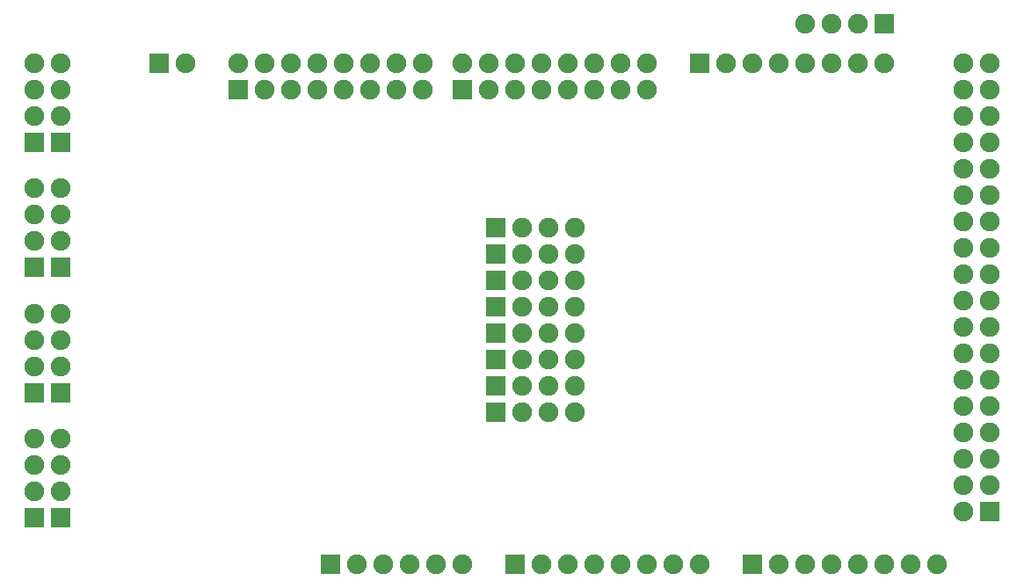
<source format=gbr>
G04 DipTrace 3.3.1.3*
G04 BottomMask.gbr*
%MOMM*%
G04 #@! TF.FileFunction,Soldermask,Bot*
G04 #@! TF.Part,Single*
%ADD38C,1.9*%
%ADD40R,1.9X1.9*%
%FSLAX35Y35*%
G04*
G71*
G90*
G75*
G01*
G04 BotMask*
%LPD*%
D40*
X5953000Y1254000D3*
D38*
X6207000D3*
X6461000D3*
X6715000D3*
X6969000D3*
X7223000D3*
X7477000D3*
X7731000D3*
D40*
X8239000D3*
D38*
X8493000D3*
X8747000D3*
X9001000D3*
X9255000D3*
X9509000D3*
X9763000D3*
X10017000D3*
D40*
X7731000Y6080000D3*
D38*
X7985000D3*
X8239000D3*
X8493000D3*
X8747000D3*
X9001000D3*
X9255000D3*
X9509000D3*
D40*
X10525000Y1762000D3*
D38*
X10271000D3*
X10525000Y2016000D3*
X10271000D3*
X10525000Y2270000D3*
X10271000D3*
X10525000Y2524000D3*
X10271000D3*
X10525000Y2778000D3*
X10271000D3*
X10525000Y3032000D3*
X10271000D3*
X10525000Y3286000D3*
X10271000D3*
X10525000Y3540000D3*
X10271000D3*
X10525000Y3794000D3*
X10271000D3*
X10525000Y4048000D3*
X10271000D3*
X10525000Y4302000D3*
X10271000D3*
X10525000Y4556000D3*
X10271000D3*
X10525000Y4810000D3*
X10271000D3*
X10525000Y5064000D3*
X10271000D3*
X10525000Y5318000D3*
X10271000D3*
X10525000Y5572000D3*
X10271000D3*
X10525000Y5826000D3*
X10271000D3*
X10525000Y6080000D3*
X10271000D3*
D40*
X9509000Y6461000D3*
D38*
X9255000D3*
X9001000D3*
X8747000D3*
D40*
X2524000Y6080000D3*
D38*
X2778000D3*
D40*
X4175000Y1254000D3*
D38*
X4429000D3*
X4683000D3*
X4937000D3*
X5191000D3*
X5445000D3*
D40*
X3286000Y5826000D3*
D38*
Y6080000D3*
X3540000Y5826000D3*
Y6080000D3*
X3794000Y5826000D3*
Y6080000D3*
X4048000Y5826000D3*
Y6080000D3*
X4302000Y5826000D3*
Y6080000D3*
X4556000Y5826000D3*
Y6080000D3*
X4810000Y5826000D3*
Y6080000D3*
X5064000Y5826000D3*
Y6080000D3*
D40*
X5445000Y5826000D3*
D38*
Y6080000D3*
X5699000Y5826000D3*
Y6080000D3*
X5953000Y5826000D3*
Y6080000D3*
X6207000Y5826000D3*
Y6080000D3*
X6461000Y5826000D3*
Y6080000D3*
X6715000Y5826000D3*
Y6080000D3*
X6969000Y5826000D3*
Y6080000D3*
X7223000Y5826000D3*
Y6080000D3*
D40*
X1317500Y5318000D3*
D38*
Y5572000D3*
Y5826000D3*
Y6080000D3*
D40*
X1571500Y5318000D3*
D38*
Y5572000D3*
Y5826000D3*
Y6080000D3*
D40*
X1317500Y4111500D3*
D38*
Y4365500D3*
Y4619500D3*
Y4873500D3*
D40*
X1571500Y4111500D3*
D38*
Y4365500D3*
Y4619500D3*
Y4873500D3*
D40*
X1317500Y2905000D3*
D38*
Y3159000D3*
Y3413000D3*
Y3667000D3*
D40*
X1571500Y2905000D3*
D38*
Y3159000D3*
Y3413000D3*
Y3667000D3*
D40*
X1317500Y1698500D3*
D38*
Y1952500D3*
Y2206500D3*
Y2460500D3*
D40*
X1571500Y1698500D3*
D38*
Y1952500D3*
Y2206500D3*
Y2460500D3*
D40*
X5762500Y4492500D3*
D38*
X6016500D3*
X6270500D3*
X6524500D3*
D40*
X5762500Y4238500D3*
D38*
X6016500D3*
X6270500D3*
X6524500D3*
D40*
X5762500Y3984500D3*
D38*
X6016500D3*
X6270500D3*
X6524500D3*
D40*
X5762500Y3730500D3*
D38*
X6016500D3*
X6270500D3*
X6524500D3*
D40*
X5762500Y3476500D3*
D38*
X6016500D3*
X6270500D3*
X6524500D3*
D40*
X5762500Y3222500D3*
D38*
X6016500D3*
X6270500D3*
X6524500D3*
D40*
X5762500Y2968500D3*
D38*
X6016500D3*
X6270500D3*
X6524500D3*
D40*
X5762500Y2714500D3*
D38*
X6016500D3*
X6270500D3*
X6524500D3*
M02*

</source>
